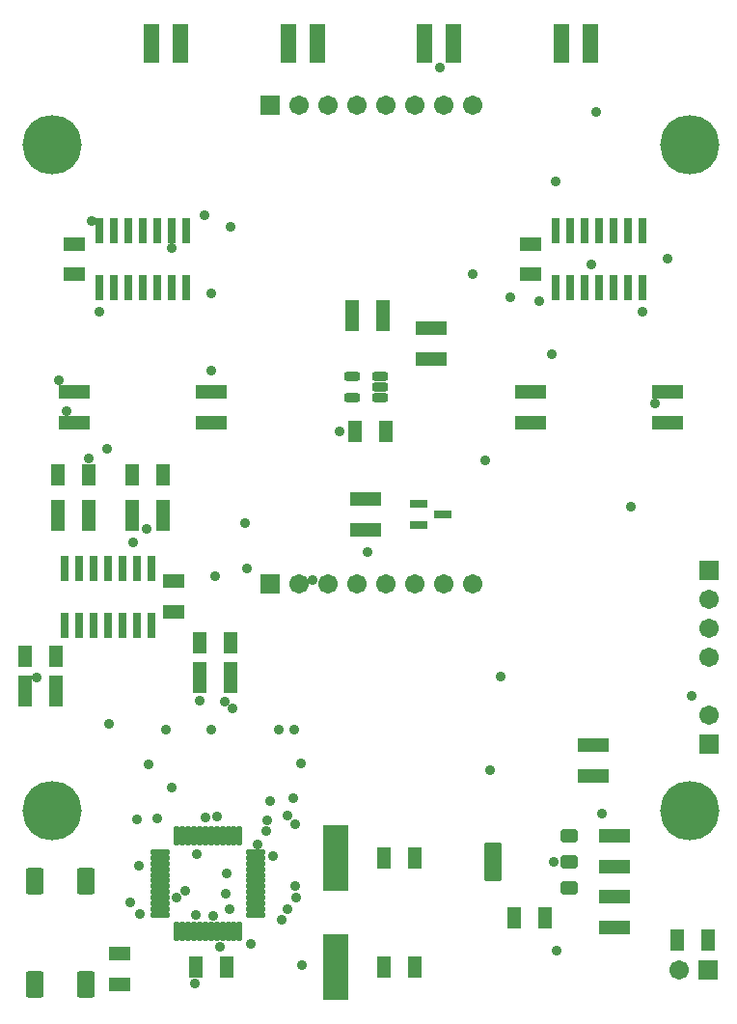
<source format=gbs>
G04*
G04 #@! TF.GenerationSoftware,Altium Limited,Altium Designer,20.1.8 (145)*
G04*
G04 Layer_Color=16711935*
%FSLAX25Y25*%
%MOIN*%
G70*
G04*
G04 #@! TF.SameCoordinates,8B47BC37-8199-49A1-8C2A-9A070CC082B9*
G04*
G04*
G04 #@! TF.FilePolarity,Negative*
G04*
G01*
G75*
%ADD18R,0.11036X0.05131*%
%ADD19R,0.07493X0.05131*%
%ADD20R,0.05800X0.13320*%
%ADD22C,0.06706*%
%ADD23R,0.06706X0.06706*%
%ADD24R,0.06706X0.06706*%
%ADD25C,0.20485*%
%ADD26C,0.03556*%
%ADD45R,0.05402X0.12921*%
%ADD46R,0.05131X0.07493*%
G04:AMPARAMS|DCode=47|XSize=135.56mil|YSize=59.58mil|CornerRadius=7.87mil|HoleSize=0mil|Usage=FLASHONLY|Rotation=270.000|XOffset=0mil|YOffset=0mil|HoleType=Round|Shape=RoundedRectangle|*
%AMROUNDEDRECTD47*
21,1,0.13556,0.04384,0,0,270.0*
21,1,0.11982,0.05958,0,0,270.0*
1,1,0.01574,-0.02192,-0.05991*
1,1,0.01574,-0.02192,0.05991*
1,1,0.01574,0.02192,0.05991*
1,1,0.01574,0.02192,-0.05991*
%
%ADD47ROUNDEDRECTD47*%
G04:AMPARAMS|DCode=48|XSize=44.61mil|YSize=59.58mil|CornerRadius=6.75mil|HoleSize=0mil|Usage=FLASHONLY|Rotation=270.000|XOffset=0mil|YOffset=0mil|HoleType=Round|Shape=RoundedRectangle|*
%AMROUNDEDRECTD48*
21,1,0.04461,0.04608,0,0,270.0*
21,1,0.03112,0.05958,0,0,270.0*
1,1,0.01349,-0.02304,-0.01556*
1,1,0.01349,-0.02304,0.01556*
1,1,0.01349,0.02304,0.01556*
1,1,0.01349,0.02304,-0.01556*
%
%ADD48ROUNDEDRECTD48*%
%ADD49R,0.09100X0.22800*%
G04:AMPARAMS|DCode=50|XSize=19.02mil|YSize=69.42mil|CornerRadius=6.76mil|HoleSize=0mil|Usage=FLASHONLY|Rotation=180.000|XOffset=0mil|YOffset=0mil|HoleType=Round|Shape=RoundedRectangle|*
%AMROUNDEDRECTD50*
21,1,0.01902,0.05591,0,0,180.0*
21,1,0.00551,0.06942,0,0,180.0*
1,1,0.01351,-0.00276,0.02795*
1,1,0.01351,0.00276,0.02795*
1,1,0.01351,0.00276,-0.02795*
1,1,0.01351,-0.00276,-0.02795*
%
%ADD50ROUNDEDRECTD50*%
G04:AMPARAMS|DCode=51|XSize=19.02mil|YSize=69.42mil|CornerRadius=6.76mil|HoleSize=0mil|Usage=FLASHONLY|Rotation=90.000|XOffset=0mil|YOffset=0mil|HoleType=Round|Shape=RoundedRectangle|*
%AMROUNDEDRECTD51*
21,1,0.01902,0.05591,0,0,90.0*
21,1,0.00551,0.06942,0,0,90.0*
1,1,0.01351,0.02795,0.00276*
1,1,0.01351,0.02795,-0.00276*
1,1,0.01351,-0.02795,-0.00276*
1,1,0.01351,-0.02795,0.00276*
%
%ADD51ROUNDEDRECTD51*%
G04:AMPARAMS|DCode=52|XSize=55.64mil|YSize=31.23mil|CornerRadius=9.81mil|HoleSize=0mil|Usage=FLASHONLY|Rotation=180.000|XOffset=0mil|YOffset=0mil|HoleType=Round|Shape=RoundedRectangle|*
%AMROUNDEDRECTD52*
21,1,0.05564,0.01161,0,0,180.0*
21,1,0.03602,0.03123,0,0,180.0*
1,1,0.01961,-0.01801,0.00581*
1,1,0.01961,0.01801,0.00581*
1,1,0.01961,0.01801,-0.00581*
1,1,0.01961,-0.01801,-0.00581*
%
%ADD52ROUNDEDRECTD52*%
%ADD53R,0.05131X0.11036*%
%ADD54R,0.05918X0.03162*%
G04:AMPARAMS|DCode=55|XSize=90.68mil|YSize=62.33mil|CornerRadius=8.07mil|HoleSize=0mil|Usage=FLASHONLY|Rotation=270.000|XOffset=0mil|YOffset=0mil|HoleType=Round|Shape=RoundedRectangle|*
%AMROUNDEDRECTD55*
21,1,0.09068,0.04618,0,0,270.0*
21,1,0.07453,0.06233,0,0,270.0*
1,1,0.01615,-0.02309,-0.03726*
1,1,0.01615,-0.02309,0.03726*
1,1,0.01615,0.02309,0.03726*
1,1,0.01615,0.02309,-0.03726*
%
%ADD55ROUNDEDRECTD55*%
%ADD56R,0.02800X0.08600*%
D18*
X224500Y362815D02*
D03*
Y352185D02*
D03*
X310500Y235685D02*
D03*
Y246315D02*
D03*
Y214685D02*
D03*
Y225315D02*
D03*
X247000Y421815D02*
D03*
Y411185D02*
D03*
X281354Y389134D02*
D03*
X328598D02*
D03*
X123874D02*
D03*
X171118D02*
D03*
X303000Y277815D02*
D03*
Y267185D02*
D03*
X171118Y399764D02*
D03*
X123874D02*
D03*
X328598D02*
D03*
X281354D02*
D03*
D19*
X139500Y205815D02*
D03*
Y195185D02*
D03*
X281354Y440315D02*
D03*
Y450945D02*
D03*
X123874Y440315D02*
D03*
Y450945D02*
D03*
X158000Y323685D02*
D03*
Y334315D02*
D03*
D20*
X160366Y520189D02*
D03*
X150366D02*
D03*
X197610D02*
D03*
X207610D02*
D03*
X254854D02*
D03*
X244854D02*
D03*
X292098D02*
D03*
X302098D02*
D03*
D22*
X261236Y333425D02*
D03*
X251236D02*
D03*
X241236D02*
D03*
X231236D02*
D03*
X221236D02*
D03*
X211236D02*
D03*
X201236D02*
D03*
X332579Y200079D02*
D03*
X343000Y308000D02*
D03*
Y318000D02*
D03*
Y328000D02*
D03*
Y288000D02*
D03*
X201236Y498780D02*
D03*
X211236D02*
D03*
X221236D02*
D03*
X231236D02*
D03*
X241236D02*
D03*
X251236D02*
D03*
X261236D02*
D03*
D23*
X191236Y333425D02*
D03*
X342579Y200079D02*
D03*
X191236Y498780D02*
D03*
D24*
X343000Y338000D02*
D03*
Y278000D02*
D03*
D25*
X116000Y255079D02*
D03*
Y485000D02*
D03*
X336472Y255079D02*
D03*
Y485000D02*
D03*
D26*
X190000Y248000D02*
D03*
X186914Y243547D02*
D03*
X190365Y251865D02*
D03*
X191500Y258500D02*
D03*
X135772Y285240D02*
D03*
X194378Y283047D02*
D03*
X215500Y386000D02*
D03*
X290300Y206700D02*
D03*
X202300Y201800D02*
D03*
X165500Y195500D02*
D03*
X176500Y233500D02*
D03*
X199952Y229000D02*
D03*
X197500Y221000D02*
D03*
X192500Y239500D02*
D03*
X195500Y217500D02*
D03*
X200500Y225000D02*
D03*
X267439Y269061D02*
D03*
X157500Y263027D02*
D03*
X152500Y252335D02*
D03*
X146000Y236000D02*
D03*
X149268Y271268D02*
D03*
X289500Y237500D02*
D03*
X171000Y283000D02*
D03*
X166000Y240000D02*
D03*
X162000Y227547D02*
D03*
X169000Y252707D02*
D03*
X173000Y253000D02*
D03*
X197335Y253386D02*
D03*
X200000Y250500D02*
D03*
X199500Y259500D02*
D03*
X178500Y290500D02*
D03*
X155500Y283047D02*
D03*
X199883Y283000D02*
D03*
X271000Y301500D02*
D03*
X159000Y225000D02*
D03*
X165616Y219164D02*
D03*
X171700Y218800D02*
D03*
X167000Y293000D02*
D03*
X225000Y344500D02*
D03*
X145500Y252000D02*
D03*
X171000Y407000D02*
D03*
X176000Y226500D02*
D03*
X172327Y336000D02*
D03*
X143000Y223500D02*
D03*
X146500Y219500D02*
D03*
X202200Y271316D02*
D03*
X175600Y292785D02*
D03*
X184600Y209200D02*
D03*
X148800Y352400D02*
D03*
X134900Y380200D02*
D03*
X182700Y354600D02*
D03*
X336900Y294650D02*
D03*
X118300Y403900D02*
D03*
X157496Y449595D02*
D03*
X249900Y511900D02*
D03*
X302500Y443900D02*
D03*
X183300Y338800D02*
D03*
X121100Y393100D02*
D03*
X174000Y208300D02*
D03*
X110800Y301300D02*
D03*
X177500Y221142D02*
D03*
X303900Y496500D02*
D03*
X274500Y432500D02*
D03*
X168800Y460800D02*
D03*
X206200Y334700D02*
D03*
X316000Y360100D02*
D03*
X265600Y376300D02*
D03*
X128815Y376700D02*
D03*
X177600Y456700D02*
D03*
X144078Y347900D02*
D03*
X129800Y458900D02*
D03*
X132496Y427323D02*
D03*
X171100Y433800D02*
D03*
X284300Y431200D02*
D03*
X319976Y427323D02*
D03*
X324300Y395900D02*
D03*
X328600Y445700D02*
D03*
X289976Y472500D02*
D03*
X288600Y412700D02*
D03*
X306000Y254200D02*
D03*
X261236Y440308D02*
D03*
D45*
X160366Y520189D02*
D03*
X150366D02*
D03*
X197610D02*
D03*
X207610D02*
D03*
X254854D02*
D03*
X244854D02*
D03*
X292098D02*
D03*
X302098D02*
D03*
D46*
X342815Y210500D02*
D03*
X332185D02*
D03*
X231315Y386000D02*
D03*
X220685D02*
D03*
X176315Y201000D02*
D03*
X165685D02*
D03*
X275685Y218000D02*
D03*
X286315D02*
D03*
X106685Y308500D02*
D03*
X117315D02*
D03*
X241315Y238701D02*
D03*
X230685D02*
D03*
X241315Y201299D02*
D03*
X230685D02*
D03*
X128815Y371000D02*
D03*
X118185D02*
D03*
X154315D02*
D03*
X143685D02*
D03*
X167185Y313000D02*
D03*
X177815D02*
D03*
D47*
X268500Y237500D02*
D03*
D48*
X294838Y228484D02*
D03*
Y237500D02*
D03*
Y246516D02*
D03*
D49*
X214000Y201300D02*
D03*
Y238700D02*
D03*
D50*
X169016Y246457D02*
D03*
X170984D02*
D03*
X174921D02*
D03*
X176890D02*
D03*
X180827Y213543D02*
D03*
X178858D02*
D03*
X176890D02*
D03*
X174921D02*
D03*
X172953D02*
D03*
X170984D02*
D03*
X169016D02*
D03*
X167047D02*
D03*
X165079D02*
D03*
X163110D02*
D03*
X161142D02*
D03*
X159173D02*
D03*
Y246457D02*
D03*
X161142D02*
D03*
X163110D02*
D03*
X165079D02*
D03*
X167047D02*
D03*
X172953D02*
D03*
X178858D02*
D03*
X180827D02*
D03*
D51*
X186457Y240827D02*
D03*
Y238858D02*
D03*
Y236890D02*
D03*
Y234921D02*
D03*
Y232953D02*
D03*
Y230984D02*
D03*
Y229016D02*
D03*
Y227047D02*
D03*
Y225079D02*
D03*
Y223110D02*
D03*
Y221142D02*
D03*
Y219173D02*
D03*
X153543D02*
D03*
Y221142D02*
D03*
Y223110D02*
D03*
Y225079D02*
D03*
Y227047D02*
D03*
Y229016D02*
D03*
Y230984D02*
D03*
Y232953D02*
D03*
Y234921D02*
D03*
Y236890D02*
D03*
Y238858D02*
D03*
Y240827D02*
D03*
D52*
X219559Y405240D02*
D03*
Y397760D02*
D03*
X229441D02*
D03*
Y401500D02*
D03*
Y405240D02*
D03*
D53*
X219685Y426000D02*
D03*
X230315D02*
D03*
X167185Y301000D02*
D03*
X177815D02*
D03*
X117315Y296500D02*
D03*
X106685D02*
D03*
X154315Y357000D02*
D03*
X143685D02*
D03*
X128815D02*
D03*
X118185D02*
D03*
D54*
X242866Y353760D02*
D03*
Y361240D02*
D03*
X251134Y357500D02*
D03*
D55*
X110181Y195087D02*
D03*
X127819D02*
D03*
X110181Y230913D02*
D03*
X127819D02*
D03*
D56*
X150500Y338700D02*
D03*
X145500D02*
D03*
X140500D02*
D03*
X135500D02*
D03*
X130500D02*
D03*
X125500D02*
D03*
X120500D02*
D03*
Y319300D02*
D03*
X125500D02*
D03*
X130500D02*
D03*
X135500D02*
D03*
X140500D02*
D03*
X145500D02*
D03*
X150500D02*
D03*
X132496Y435930D02*
D03*
X137496D02*
D03*
X142496D02*
D03*
X147496D02*
D03*
X152496D02*
D03*
X157496D02*
D03*
X162496D02*
D03*
Y455330D02*
D03*
X157496D02*
D03*
X152496D02*
D03*
X147496D02*
D03*
X142496D02*
D03*
X137496D02*
D03*
X132496D02*
D03*
X289976D02*
D03*
X294976D02*
D03*
X299976D02*
D03*
X304976D02*
D03*
X309976D02*
D03*
X314976D02*
D03*
X319976D02*
D03*
Y435930D02*
D03*
X314976D02*
D03*
X309976D02*
D03*
X304976D02*
D03*
X299976D02*
D03*
X294976D02*
D03*
X289976D02*
D03*
M02*

</source>
